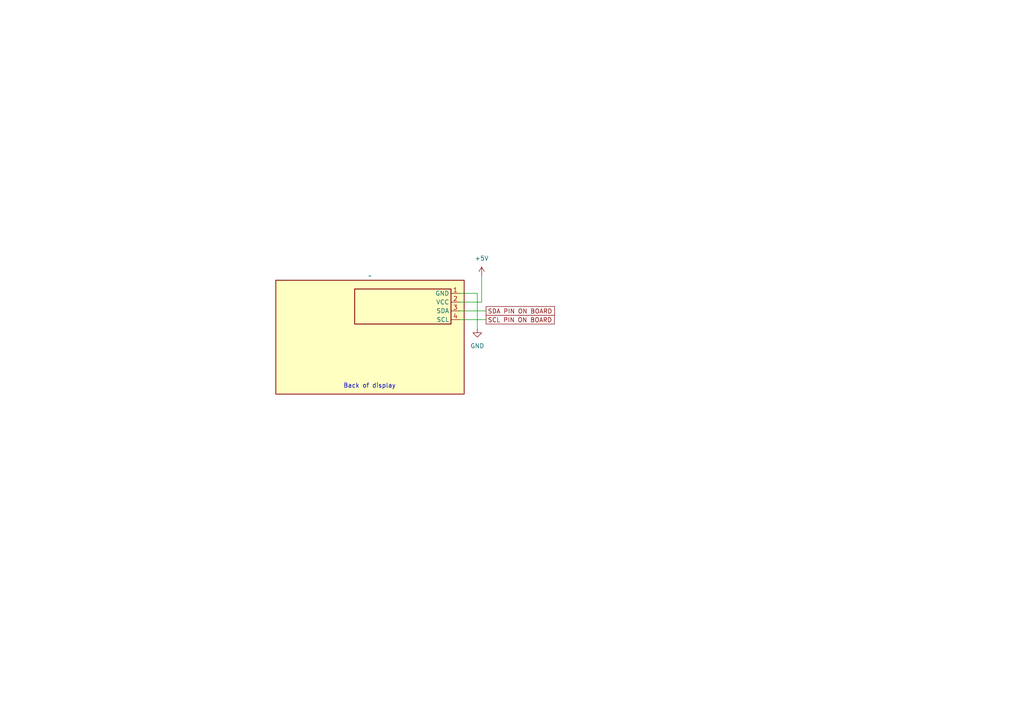
<source format=kicad_sch>
(kicad_sch (version 20250114) (generator "eeschema") (generator_version "9.0")
  (paper "A4")
  (lib_symbols
    (symbol "power:+5V" (power) (pin_numbers (hide yes)) (pin_names (offset 0) (hide yes))
      (property "Value" "+5V" (at 0 3.556 0))
      (symbol "+5V_0_1"
        (polyline (pts (xy -0.762 1.27) (xy 0 2.54)))
        (polyline (pts (xy 0 2.54) (xy 0.762 1.27)))
        (polyline (pts (xy 0 0) (xy 0 2.54)))
      )
      (symbol "+5V_1_1"
        (pin power_in line (at 0 0 90) (length 0) (name "~") (number "1"))
      )
    )
    (symbol "power:GND" (power) (pin_numbers (hide yes)) (pin_names (offset 0) (hide yes))
      (property "Value" "GND" (at 0 -3.81 0))
      (symbol "GND_0_1"
        (polyline (pts (xy 0 0) (xy 0 -1.27) (xy 1.27 -1.27) (xy 0 -2.54) (xy -1.27 -1.27) (xy 0 -1.27)))
      )
      (symbol "GND_1_1"
        (pin power_in line (at 0 0 270) (length 0) (name "~") (number "1"))
      )
    )
    (symbol "symbols:LCD"
      (property "Reference" "U" (at -120.65 45.466 0))
      (symbol "LCD_0_0"
        (pin passive line (at 25.4 12.7 180) (length 2.54) (name "GND") (number "1"))
        (pin power_in line (at 25.4 10.16 180) (length 2.54) (name "VCC") (number "2"))
        (pin power_in line (at 25.4 5.08 180) (length 2.54) (name "SCL") (number "4"))
      )
      (symbol "LCD_1_0"
        (pin bidirectional line (at 25.4 7.62 180) (length 2.54) (name "SDA") (number "3"))
      )
      (symbol "LCD_1_1"
        (rectangle (start -27.94 16.51) (end 26.67 -16.51) (stroke (width 0.254)) (fill (type background)))
        (rectangle (start -5.08 13.97) (end 22.86 3.81) (stroke (width 0.254)) (fill (type background)))
      )
    )
  )
  (text "Back of display" (at 107.188 112.014 0) (effects (font (size 1.27 1.27))))
  (wire (pts (xy 139.7 80.01) (xy 139.7 87.63)))
  (wire (pts (xy 133.35 85.09) (xy 138.43 85.09)))
  (wire (pts (xy 133.35 92.71) (xy 140.97 92.71)))
  (wire (pts (xy 138.43 85.09) (xy 138.43 95.25)))
  (wire (pts (xy 133.35 90.17) (xy 140.97 90.17)))
  (wire (pts (xy 133.35 87.63) (xy 139.7 87.63)))
  (global_label "SDA PIN ON BOARD" (shape passive) (at 140.97 90.17 0) (property "Intersheetrefs" "${INTERSHEET_REFS}" (effects (hide yes))))
  (global_label "SCL PIN ON BOARD" (shape passive) (at 140.97 92.71 0) (property "Intersheetrefs" "${INTERSHEET_REFS}" (effects (hide yes))))
  (symbol (lib_id "power:GND") (at 138.43 95.25 0) (unit 1)
    (property "Reference" "#PWR01" (effects (hide yes)))
    (property "Value" "GND" (at 138.43 100.33 0))
    (property "Description" "Power symbol creates a global label with name \"GND\" , ground" (effects (hide yes)))
  )
  (symbol (lib_id "symbols:LCD") (at 107.95 97.79 0) (unit 1)
    (property "Reference" "U1" (effects (hide yes)))
    (property "Value" "~" (at 107.315 80.01 0))
  )
  (symbol (lib_id "power:+5V") (at 139.7 80.01 0) (unit 1)
    (property "Reference" "#PWR02" (effects (hide yes)))
    (property "Value" "+5V" (at 139.7 74.93 0))
    (property "Description" "Power symbol creates a global label with name \"+5V\"" (effects (hide yes)))
  )
)
</source>
